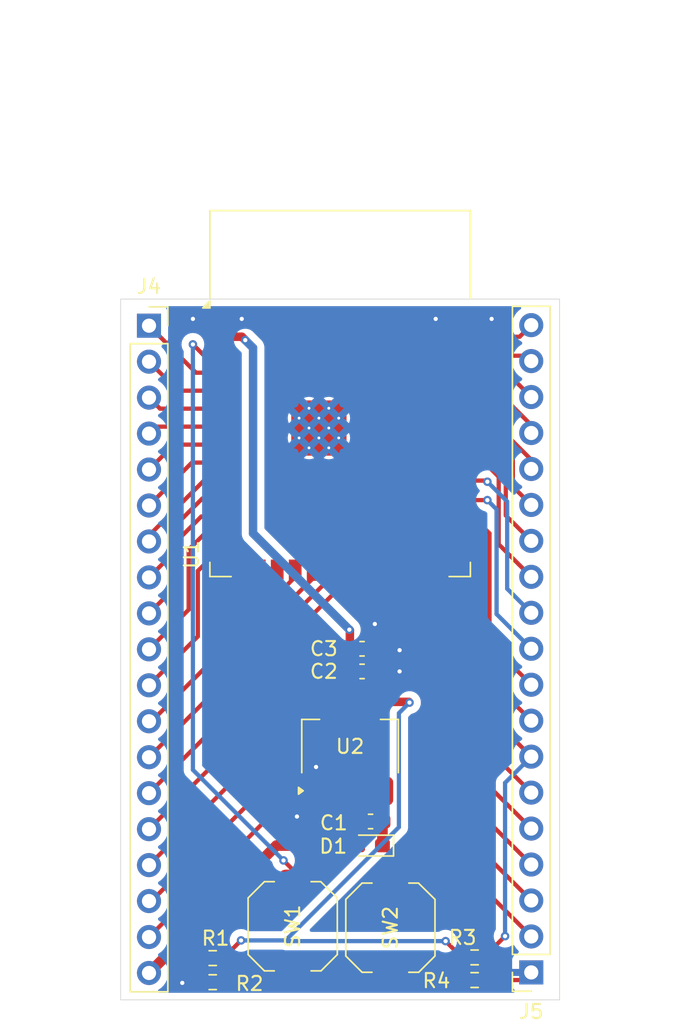
<source format=kicad_pcb>
(kicad_pcb (version 20240108) (generator "pcbnew") (generator_version "8.0")
  (layers (0 "F.Cu" signal) (31 "B.Cu" signal) (34 "B.Paste" user) (35 "F.Paste" user) (36 "B.SilkS" user "B.Silkscreen") (37 "F.SilkS" user "F.Silkscreen") (38 "B.Mask" user) (39 "F.Mask" user) (44 "Edge.Cuts" user))
  (net 0 "")
  (net 1 "GND")
  (net 2 "Net-(D1-K)")
  (net 3 "+3.3V")
  (net 4 "IO6")
  (net 5 "IO4")
  (net 6 "IO5")
  (net 7 "IO7")
  (net 8 "EN")
  (net 9 "Net-(R2-Pad1)")
  (net 10 "IO0")
  (net 11 "Net-(R4-Pad1)")
  (net 12 "IO21")
  (net 13 "IO2")
  (net 14 "IO36")
  (net 15 "IO15")
  (net 16 "IO14")
  (net 17 "IO48")
  (net 18 "IO40")
  (net 19 "IO13")
  (net 20 "IO38")
  (net 21 "IO45")
  (net 22 "TXD0")
  (net 23 "IO3")
  (net 24 "IO42")
  (net 25 "IO12")
  (net 26 "IO1")
  (net 27 "IO16")
  (net 28 "IO19")
  (net 29 "IO39")
  (net 30 "IO20")
  (net 31 "RXD0")
  (net 32 "IO37")
  (net 33 "IO47")
  (net 34 "IO18")
  (net 35 "IO46")
  (net 36 "IO11")
  (net 37 "IO35")
  (net 38 "IO41")
  (net 39 "IO8")
  (net 40 "IO9")
  (net 41 "IO17")
  (net 42 "IO10")
  (net 43 "VIN")
  (footprint "Capacitor_SMD:C_0603_1608Metric_Pad1.08x0.95mm_HandSolder" (layer "F.Cu") (at 181.55 81.8)
    (property "Reference" "C2" (at -2.7 0 360) (layer "F.SilkS"))
    (property "Value" "10uf")
    (fp_line (start -0.146267 -0.51) (end 0.146267 -0.51) (stroke (width 0.12)) (layer "F.SilkS"))
    (fp_line (start -0.146267 0.51) (end 0.146267 0.51) (stroke (width 0.12)) (layer "F.SilkS"))
    (pad "1" smd roundrect (at -0.8625 0) (size 1.075 0.95) (layers "F.Cu" "F.Paste" "F.Mask") (net 3 "+3.3V"))
    (pad "2" smd roundrect (at 0.8625 0) (size 1.075 0.95) (layers "F.Cu" "F.Paste" "F.Mask") (net 1 "GND"))
  )
  (footprint "Resistor_SMD:R_0603_1608Metric_Pad0.98x0.95mm_HandSolder" (layer "F.Cu") (at 171 103.75 180)
    (property "Reference" "R2" (at -2.6 -0.1 360) (layer "F.SilkS"))
    (property "Value" "470")
    (fp_line (start -0.254724 0.5225) (end 0.254724 0.5225) (stroke (width 0.12)) (layer "F.SilkS"))
    (fp_line (start -0.254724 -0.5225) (end 0.254724 -0.5225) (stroke (width 0.12)) (layer "F.SilkS"))
    (pad "1" smd roundrect (at -0.9125 0 180) (size 0.975 0.95) (layers "F.Cu" "F.Paste" "F.Mask") (net 9 "Net-(R2-Pad1)"))
    (pad "2" smd roundrect (at 0.9125 0 180) (size 0.975 0.95) (layers "F.Cu" "F.Paste" "F.Mask") (net 1 "GND"))
  )
  (footprint "Capacitor_SMD:C_0603_1608Metric_Pad1.08x0.95mm_HandSolder" (layer "F.Cu") (at 182.15 92.4 180)
    (property "Reference" "C1" (at 2.6 -0.1 360) (layer "F.SilkS"))
    (property "Value" "10uf")
    (fp_line (start -0.146267 0.51) (end 0.146267 0.51) (stroke (width 0.12)) (layer "F.SilkS"))
    (fp_line (start -0.146267 -0.51) (end 0.146267 -0.51) (stroke (width 0.12)) (layer "F.SilkS"))
    (pad "1" smd roundrect (at -0.8625 0 180) (size 1.075 0.95) (layers "F.Cu" "F.Paste" "F.Mask") (net 2 "Net-(D1-K)"))
    (pad "2" smd roundrect (at 0.8625 0 180) (size 1.075 0.95) (layers "F.Cu" "F.Paste" "F.Mask") (net 1 "GND"))
  )
  (footprint "Resistor_SMD:R_0603_1608Metric_Pad0.98x0.95mm_HandSolder" (layer "F.Cu") (at 189.5 102)
    (property "Reference" "R3" (at -0.85 -1.4 360) (layer "F.SilkS"))
    (property "Value" "12k")
    (fp_line (start -0.254724 -0.5225) (end 0.254724 -0.5225) (stroke (width 0.12)) (layer "F.SilkS"))
    (fp_line (start -0.254724 0.5225) (end 0.254724 0.5225) (stroke (width 0.12)) (layer "F.SilkS"))
    (pad "1" smd roundrect (at -0.9125 0) (size 0.975 0.95) (layers "F.Cu" "F.Paste" "F.Mask") (net 3 "+3.3V"))
    (pad "2" smd roundrect (at 0.9125 0) (size 0.975 0.95) (layers "F.Cu" "F.Paste" "F.Mask") (net 10 "IO0"))
  )
  (footprint "Capacitor_SMD:C_0603_1608Metric_Pad1.08x0.95mm_HandSolder" (layer "F.Cu") (at 181.55 80.2)
    (property "Reference" "C3" (at -2.7 0 360) (layer "F.SilkS"))
    (property "Value" "100uf")
    (fp_line (start -0.146267 -0.51) (end 0.146267 -0.51) (stroke (width 0.12)) (layer "F.SilkS"))
    (fp_line (start -0.146267 0.51) (end 0.146267 0.51) (stroke (width 0.12)) (layer "F.SilkS"))
    (pad "1" smd roundrect (at -0.8625 0) (size 1.075 0.95) (layers "F.Cu" "F.Paste" "F.Mask") (net 3 "+3.3V"))
    (pad "2" smd roundrect (at 0.8625 0) (size 1.075 0.95) (layers "F.Cu" "F.Paste" "F.Mask") (net 1 "GND"))
  )
  (footprint "Resistor_SMD:R_0603_1608Metric_Pad0.98x0.95mm_HandSolder" (layer "F.Cu") (at 189.5 103.6)
    (property "Reference" "R4" (at -2.7 0.05 360) (layer "F.SilkS"))
    (property "Value" "470")
    (fp_line (start -0.254724 -0.5225) (end 0.254724 -0.5225) (stroke (width 0.12)) (layer "F.SilkS"))
    (fp_line (start -0.254724 0.5225) (end 0.254724 0.5225) (stroke (width 0.12)) (layer "F.SilkS"))
    (pad "1" smd roundrect (at -0.9125 0) (size 0.975 0.95) (layers "F.Cu" "F.Paste" "F.Mask") (net 11 "Net-(R4-Pad1)"))
    (pad "2" smd roundrect (at 0.9125 0) (size 0.975 0.95) (layers "F.Cu" "F.Paste" "F.Mask") (net 1 "GND"))
  )
  (footprint "Package_TO_SOT_SMD:SOT-223-3_TabPin2" (layer "F.Cu") (at 180.7 87.1 90)
    (property "Reference" "U2" (at 0 0 360) (layer "F.SilkS"))
    (property "Value" "AMS1117-3.3")
    (fp_line (start 1.91 -3.41) (end 1.91 -2.15) (stroke (width 0.12)) (layer "F.SilkS"))
    (fp_line (start -1.85 -3.41) (end 1.91 -3.41) (stroke (width 0.12)) (layer "F.SilkS"))
    (fp_line (start 1.91 3.41) (end 1.91 2.15) (stroke (width 0.12)) (layer "F.SilkS"))
    (fp_line (start -1.85 3.41) (end 1.91 3.41) (stroke (width 0.12)) (layer "F.SilkS"))
    (fp_poly (pts (xy -3.13 -3.31) (xy -3.37 -3.64) (xy -2.89 -3.64) (xy -3.13 -3.31)) (stroke (width 0.12)) (fill solid) (layer "F.SilkS"))
    (pad "1" smd roundrect (at -3.15 -2.3 90) (size 2 1.5) (layers "F.Cu" "F.Paste" "F.Mask") (net 1 "GND"))
    (pad "2" smd roundrect (at -3.15 0 90) (size 2 1.5) (layers "F.Cu" "F.Paste" "F.Mask") (net 3 "+3.3V"))
    (pad "2" smd roundrect (at 3.15 0 90) (size 2 3.8) (layers "F.Cu" "F.Paste" "F.Mask") (net 3 "+3.3V"))
    (pad "3" smd roundrect (at -3.15 2.3 90) (size 2 1.5) (layers "F.Cu" "F.Paste" "F.Mask") (net 2 "Net-(D1-K)"))
  )
  (footprint "Diode_SMD:D_0603_1608Metric_Pad1.05x0.95mm_HandSolder" (layer "F.Cu") (at 182.1125 94.1 180)
    (property "Reference" "D1" (at 2.6 -0.05 360) (layer "F.SilkS"))
    (property "Value" "D_Schottky_Filled")
    (fp_line (start 0.8 -0.735) (end -1.66 -0.735) (stroke (width 0.12)) (layer "F.SilkS"))
    (fp_line (start -1.66 0.735) (end 0.8 0.735) (stroke (width 0.12)) (layer "F.SilkS"))
    (fp_line (start -1.66 -0.735) (end -1.66 0.735) (stroke (width 0.12)) (layer "F.SilkS"))
    (pad "1" smd roundrect (at -0.875 0 180) (size 1.05 0.95) (layers "F.Cu" "F.Paste" "F.Mask") (net 2 "Net-(D1-K)"))
    (pad "2" smd roundrect (at 0.875 0 180) (size 1.05 0.95) (layers "F.Cu" "F.Paste" "F.Mask") (net 43 "VIN"))
  )
  (footprint "Connector_PinSocket_2.54mm:PinSocket_1x19_P2.54mm_Vertical" (layer "F.Cu") (at 193.5 103.06 180)
    (property "Reference" "J5" (at 0 -2.77 360) (layer "F.SilkS"))
    (property "Value" "Conn_01x19")
    (fp_line (start 1.33 1.27) (end 1.33 47.05) (stroke (width 0.12)) (layer "F.SilkS"))
    (fp_line (start 1.33 -1.33) (end 1.33 0) (stroke (width 0.12)) (layer "F.SilkS"))
    (fp_line (start 0 -1.33) (end 1.33 -1.33) (stroke (width 0.12)) (layer "F.SilkS"))
    (fp_line (start -1.33 47.05) (end 1.33 47.05) (stroke (width 0.12)) (layer "F.SilkS"))
    (fp_line (start -1.33 1.27) (end 1.33 1.27) (stroke (width 0.12)) (layer "F.SilkS"))
    (fp_line (start -1.33 1.27) (end -1.33 47.05) (stroke (width 0.12)) (layer "F.SilkS"))
    (pad "1" thru_hole rect (at 0 0 180) (size 1.7 1.7) (drill 1) (layers "*.Cu" "*.Mask") (net 1 "GND"))
    (pad "2" thru_hole oval (at 0 2.54 180) (size 1.7 1.7) (drill 1) (layers "*.Cu" "*.Mask") (net 16 "IO14"))
    (pad "3" thru_hole oval (at 0 5.08 180) (size 1.7 1.7) (drill 1) (layers "*.Cu" "*.Mask") (net 12 "IO21"))
    (pad "4" thru_hole oval (at 0 7.62 180) (size 1.7 1.7) (drill 1) (layers "*.Cu" "*.Mask") (net 33 "IO47"))
    (pad "5" thru_hole oval (at 0 10.16 180) (size 1.7 1.7) (drill 1) (layers "*.Cu" "*.Mask") (net 17 "IO48"))
    (pad "6" thru_hole oval (at 0 12.7 180) (size 1.7 1.7) (drill 1) (layers "*.Cu" "*.Mask") (net 21 "IO45"))
    (pad "7" thru_hole oval (at 0 15.24 180) (size 1.7 1.7) (drill 1) (layers "*.Cu" "*.Mask") (net 10 "IO0"))
    (pad "8" thru_hole oval (at 0 17.78 180) (size 1.7 1.7) (drill 1) (layers "*.Cu" "*.Mask") (net 37 "IO35"))
    (pad "9" thru_hole oval (at 0 20.32 180) (size 1.7 1.7) (drill 1) (layers "*.Cu" "*.Mask") (net 14 "IO36"))
    (pad "10" thru_hole oval (at 0 22.86 180) (size 1.7 1.7) (drill 1) (layers "*.Cu" "*.Mask") (net 32 "IO37"))
    (pad "11" thru_hole oval (at 0 25.4 180) (size 1.7 1.7) (drill 1) (layers "*.Cu" "*.Mask") (net 20 "IO38"))
    (pad "12" thru_hole oval (at 0 27.94 180) (size 1.7 1.7) (drill 1) (layers "*.Cu" "*.Mask") (net 29 "IO39"))
    (pad "13" thru_hole oval (at 0 30.48 180) (size 1.7 1.7) (drill 1) (layers "*.Cu" "*.Mask") (net 18 "IO40"))
    (pad "14" thru_hole oval (at 0 33.02 180) (size 1.7 1.7) (drill 1) (layers "*.Cu" "*.Mask") (net 38 "IO41"))
    (pad "15" thru_hole oval (at 0 35.56 180) (size 1.7 1.7) (drill 1) (layers "*.Cu" "*.Mask") (net 24 "IO42"))
    (pad "16" thru_hole oval (at 0 38.1 180) (size 1.7 1.7) (drill 1) (layers "*.Cu" "*.Mask") (net 31 "RXD0"))
    (pad "17" thru_hole oval (at 0 40.64 180) (size 1.7 1.7) (drill 1) (layers "*.Cu" "*.Mask") (net 22 "TXD0"))
    (pad "18" thru_hole oval (at 0 43.18 180) (size 1.7 1.7) (drill 1) (layers "*.Cu" "*.Mask") (net 13 "IO2"))
    (pad "19" thru_hole oval (at 0 45.72 180) (size 1.7 1.7) (drill 1) (layers "*.Cu" "*.Mask") (net 26 "IO1"))
  )
  (footprint "Connector_PinSocket_2.54mm:PinSocket_1x19_P2.54mm_Vertical" (layer "F.Cu") (at 166.5 57.38)
    (property "Reference" "J4" (at 0 -2.77 0) (layer "F.SilkS"))
    (property "Value" "Conn_01x19")
    (fp_line (start -1.33 1.27) (end -1.33 47.05) (stroke (width 0.12)) (layer "F.SilkS"))
    (fp_line (start -1.33 1.27) (end 1.33 1.27) (stroke (width 0.12)) (layer "F.SilkS"))
    (fp_line (start -1.33 47.05) (end 1.33 47.05) (stroke (width 0.12)) (layer "F.SilkS"))
    (fp_line (start 0 -1.33) (end 1.33 -1.33) (stroke (width 0.12)) (layer "F.SilkS"))
    (fp_line (start 1.33 -1.33) (end 1.33 0) (stroke (width 0.12)) (layer "F.SilkS"))
    (fp_line (start 1.33 1.27) (end 1.33 47.05) (stroke (width 0.12)) (layer "F.SilkS"))
    (pad "1" thru_hole rect (at 0 0) (size 1.7 1.7) (drill 1) (layers "*.Cu" "*.Mask") (net 5 "IO4"))
    (pad "2" thru_hole oval (at 0 2.54) (size 1.7 1.7) (drill 1) (layers "*.Cu" "*.Mask") (net 6 "IO5"))
    (pad "3" thru_hole oval (at 0 5.08) (size 1.7 1.7) (drill 1) (layers "*.Cu" "*.Mask") (net 4 "IO6"))
    (pad "4" thru_hole oval (at 0 7.62) (size 1.7 1.7) (drill 1) (layers "*.Cu" "*.Mask") (net 7 "IO7"))
    (pad "5" thru_hole oval (at 0 10.16) (size 1.7 1.7) (drill 1) (layers "*.Cu" "*.Mask") (net 15 "IO15"))
    (pad "6" thru_hole oval (at 0 12.7) (size 1.7 1.7) (drill 1) (layers "*.Cu" "*.Mask") (net 27 "IO16"))
    (pad "7" thru_hole oval (at 0 15.24) (size 1.7 1.7) (drill 1) (layers "*.Cu" "*.Mask") (net 41 "IO17"))
    (pad "8" thru_hole oval (at 0 17.78) (size 1.7 1.7) (drill 1) (layers "*.Cu" "*.Mask") (net 34 "IO18"))
    (pad "9" thru_hole oval (at 0 20.32) (size 1.7 1.7) (drill 1) (layers "*.Cu" "*.Mask") (net 39 "IO8"))
    (pad "10" thru_hole oval (at 0 22.86) (size 1.7 1.7) (drill 1) (layers "*.Cu" "*.Mask") (net 28 "IO19"))
    (pad "11" thru_hole oval (at 0 25.4) (size 1.7 1.7) (drill 1) (layers "*.Cu" "*.Mask") (net 30 "IO20"))
    (pad "12" thru_hole oval (at 0 27.94) (size 1.7 1.7) (drill 1) (layers "*.Cu" "*.Mask") (net 23 "IO3"))
    (pad "13" thru_hole oval (at 0 30.48) (size 1.7 1.7) (drill 1) (layers "*.Cu" "*.Mask") (net 35 "IO46"))
    (pad "14" thru_hole oval (at 0 33.02) (size 1.7 1.7) (drill 1) (layers "*.Cu" "*.Mask") (net 40 "IO9"))
    (pad "15" thru_hole oval (at 0 35.56) (size 1.7 1.7) (drill 1) (layers "*.Cu" "*.Mask") (net 42 "IO10"))
    (pad "16" thru_hole oval (at 0 38.1) (size 1.7 1.7) (drill 1) (layers "*.Cu" "*.Mask") (net 36 "IO11"))
    (pad "17" thru_hole oval (at 0 40.64) (size 1.7 1.7) (drill 1) (layers "*.Cu" "*.Mask") (net 25 "IO12"))
    (pad "18" thru_hole oval (at 0 43.18) (size 1.7 1.7) (drill 1) (layers "*.Cu" "*.Mask") (net 19 "IO13"))
    (pad "19" thru_hole oval (at 0 45.72) (size 1.7 1.7) (drill 1) (layers "*.Cu" "*.Mask") (net 43 "VIN"))
  )
  (footprint "Button_Switch_SMD:SW_Push_1TS009xxxx-xxxx-xxxx_6x6x5mm" (layer "F.Cu") (at 176.65 99.8 -90)
    (property "Reference" "SW1" (at 0 0 90) (layer "F.SilkS"))
    (property "Value" "SW_Push")
    (fp_line (start -2 3.15) (end 2 3.15) (stroke (width 0.12)) (layer "F.SilkS"))
    (fp_line (start 2 3.15) (end 3.15 2) (stroke (width 0.12)) (layer "F.SilkS"))
    (fp_line (start -3.15 2) (end -2 3.15) (stroke (width 0.12)) (layer "F.SilkS"))
    (fp_line (start 3.15 2) (end 3.15 1.3) (stroke (width 0.12)) (layer "F.SilkS"))
    (fp_line (start -3.15 1.3) (end -3.15 2) (stroke (width 0.12)) (layer "F.SilkS"))
    (fp_line (start -3.15 -1.3) (end -3.15 -1.981) (stroke (width 0.12)) (layer "F.SilkS"))
    (fp_line (start -3.15 -1.981) (end -2 -3.15) (stroke (width 0.12)) (layer "F.SilkS"))
    (fp_line (start 3.15 -2) (end 3.15 -1.3) (stroke (width 0.12)) (layer "F.SilkS"))
    (fp_line (start -2 -3.15) (end 2 -3.15) (stroke (width 0.12)) (layer "F.SilkS"))
    (fp_line (start 2 -3.15) (end 3.15 -2) (stroke (width 0.12)) (layer "F.SilkS"))
    (pad "1" smd roundrect (at -3 0 270) (size 2 2) (layers "F.Cu" "F.Paste" "F.Mask") (net 8 "EN"))
    (pad "2" smd roundrect (at 3 0 270) (size 2 2) (layers "F.Cu" "F.Paste" "F.Mask") (net 9 "Net-(R2-Pad1)"))
  )
  (footprint "RF_Module:ESP32-S3-WROOM-1" (layer "F.Cu") (at 180 62.15)
    (property "Reference" "U1" (at -10.5 11.4 90) (layer "F.SilkS"))
    (property "Value" "ESP32-S3-WROOM-1")
    (fp_line (start -9.2 -12.9) (end -9.2 -6.7) (stroke (width 0.12)) (layer "F.SilkS"))
    (fp_line (start -9.2 -12.9) (end 9.2 -12.9) (stroke (width 0.12)) (layer "F.SilkS"))
    (fp_line (start -9.2 11.95) (end -9.2 12.95) (stroke (width 0.12)) (layer "F.SilkS"))
    (fp_line (start -9.2 12.95) (end -7.7 12.95) (stroke (width 0.12)) (layer "F.SilkS"))
    (fp_line (start 9.2 -12.9) (end 9.2 -6.7) (stroke (width 0.12)) (layer "F.SilkS"))
    (fp_line (start 9.2 12.95) (end 7.7 12.95) (stroke (width 0.12)) (layer "F.SilkS"))
    (fp_line (start 9.2 12.95) (end 9.2 11.95) (stroke (width 0.12)) (layer "F.SilkS"))
    (fp_poly (pts (xy -9.2 -6.025) (xy -9.7 -6.025) (xy -9.2 -6.525) (xy -9.2 -6.025)) (stroke (width 0.12)) (fill solid) (layer "F.SilkS"))
    (pad "1" smd rect (at -8.75 -5.26) (size 1.5 0.9) (layers "F.Cu" "F.Paste" "F.Mask") (net 1 "GND"))
    (pad "2" smd rect (at -8.75 -3.99) (size 1.5 0.9) (layers "F.Cu" "F.Paste" "F.Mask") (net 3 "+3.3V"))
    (pad "3" smd rect (at -8.75 -2.72) (size 1.5 0.9) (layers "F.Cu" "F.Paste" "F.Mask") (net 8 "EN"))
    (pad "4" smd rect (at -8.75 -1.45) (size 1.5 0.9) (layers "F.Cu" "F.Paste" "F.Mask") (net 5 "IO4"))
    (pad "5" smd rect (at -8.75 -0.18) (size 1.5 0.9) (layers "F.Cu" "F.Paste" "F.Mask") (net 6 "IO5"))
    (pad "6" smd rect (at -8.75 1.09) (size 1.5 0.9) (layers "F.Cu" "F.Paste" "F.Mask") (net 4 "IO6"))
    (pad "7" smd rect (at -8.75 2.36) (size 1.5 0.9) (layers "F.Cu" "F.Paste" "F.Mask") (net 7 "IO7"))
    (pad "8" smd rect (at -8.75 3.63) (size 1.5 0.9) (layers "F.Cu" "F.Paste" "F.Mask") (net 15 "IO15"))
    (pad "9" smd rect (at -8.75 4.9) (size 1.5 0.9) (layers "F.Cu" "F.Paste" "F.Mask") (net 27 "IO16"))
    (pad "10" smd rect (at -8.75 6.17) (size 1.5 0.9) (layers "F.Cu" "F.Paste" "F.Mask") (net 41 "IO17"))
    (pad "11" smd rect (at -8.75 7.44) (size 1.5 0.9) (layers "F.Cu" "F.Paste" "F.Mask") (net 34 "IO18"))
    (pad "12" smd rect (at -8.75 8.71) (size 1.5 0.9) (layers "F.Cu" "F.Paste" "F.Mask") (net 39 "IO8"))
    (pad "13" smd rect (at -8.75 9.98) (size 1.5 0.9) (layers "F.Cu" "F.Paste" "F.Mask") (net 28 "IO19"))
    (pad "14" smd rect (at -8.75 11.25 180) (size 1.5 0.9) (layers "F.Cu" "F.Paste" "F.Mask") (net 30 "IO20"))
    (pad "15" smd rect (at -6.985 12.5 270) (size 1.5 0.9) (layers "F.Cu" "F.Paste" "F.Mask") (net 23 "IO3"))
    (pad "16" smd rect (at -5.715 12.5 270) (size 1.5 0.9) (layers "F.Cu" "F.Paste" "F.Mask") (net 35 "IO46"))
    (pad "17" smd rect (at -4.445 12.5 270) (size 1.5 0.9) (layers "F.Cu" "F.Paste" "F.Mask") (net 40 "IO9"))
    (pad "18" smd rect (at -3.175 12.5 270) (size 1.5 0.9) (layers "F.Cu" "F.Paste" "F.Mask") (net 42 "IO10"))
    (pad "19" smd rect (at -1.905 12.5 270) (size 1.5 0.9) (layers "F.Cu" "F.Paste" "F.Mask") (net 36 "IO11"))
    (pad "20" smd rect (at -0.635 12.5 270) (size 1.5 0.9) (layers "F.Cu" "F.Paste" "F.Mask") (net 25 "IO12"))
    (pad "21" smd rect (at 0.635 12.5 270) (size 1.5 0.9) (layers "F.Cu" "F.Paste" "F.Mask") (net 19 "IO13"))
    (pad "22" smd rect (at 1.905 12.5 270) (size 1.5 0.9) (layers "F.Cu" "F.Paste" "F.Mask") (net 16 "IO14"))
    (pad "23" smd rect (at 3.175 12.5 270) (size 1.5 0.9) (layers "F.Cu" "F.Paste" "F.Mask") (net 12 "IO21"))
    (pad "24" smd rect (at 4.445 12.5 270) (size 1.5 0.9) (layers "F.Cu" "F.Paste" "F.Mask") (net 33 "IO47"))
    (pad "25" smd rect (at 5.715 12.5 270) (size 1.5 0.9) (layers "F.Cu" "F.Paste" "F.Mask") (net 17 "IO48"))
    (pad "26" smd rect (at 6.985 12.5 270) (size 1.5 0.9) (layers "F.Cu" "F.Paste" "F.Mask") (net 21 "IO45"))
    (pad "27" smd rect (at 8.75 11.25) (size 1.5 0.9) (layers "F.Cu" "F.Paste" "F.Mask") (net 10 "IO0"))
    (pad "28" smd rect (at 8.75 9.98) (size 1.5 0.9) (layers "F.Cu" "F.Paste" "F.Mask") (net 37 "IO35"))
    (pad "29" smd rect (at 8.75 8.71) (size 1.5 0.9) (layers "F.Cu" "F.Paste" "F.Mask") (net 14 "IO36"))
    (pad "30" smd rect (at 8.75 7.44) (size 1.5 0.9) (layers "F.Cu" "F.Paste" "F.Mask") (net 32 "IO37"))
    (pad "31" smd rect (at 8.75 6.17) (size 1.5 0.9) (layers "F.Cu" "F.Paste" "F.Mask") (net 20 "IO38"))
    (pad "32" smd rect (at 8.75 4.9) (size 1.5 0.9) (layers "F.Cu" "F.Paste" "F.Mask") (net 29 "IO39"))
    (pad "33" smd rect (at 8.75 3.63) (size 1.5 0.9) (layers "F.Cu" "F.Paste" "F.Mask") (net 18 "IO40"))
    (pad "34" smd rect (at 8.75 2.36) (size 1.5 0.9) (layers "F.Cu" "F.Paste" "F.Mask") (net 38 "IO41"))
    (pad "35" smd rect (at 8.75 1.09) (size 1.5 0.9) (layers "F.Cu" "F.Paste" "F.Mask") (net 24 "IO42"))
    (pad "36" smd rect (at 8.75 -0.18) (size 1.5 0.9) (layers "F.Cu" "F.Paste" "F.Mask") (net 31 "RXD0"))
    (pad "37" smd rect (at 8.75 -1.45) (size 1.5 0.9) (layers "F.Cu" "F.Paste" "F.Mask") (net 22 "TXD0"))
    (pad "38" smd rect (at 8.75 -2.72) (size 1.5 0.9) (layers "F.Cu" "F.Paste" "F.Mask") (net 13 "IO2"))
    (pad "39" smd rect (at 8.75 -3.99) (size 1.5 0.9) (layers "F.Cu" "F.Paste" "F.Mask") (net 26 "IO1"))
    (pad "40" smd rect (at 8.75 -5.26) (size 1.5 0.9) (layers "F.Cu" "F.Paste" "F.Mask") (net 1 "GND"))
    (pad "41" thru_hole circle (at -2.9 1.76 90) (size 0.6 0.6) (drill 0.2) (property pad_prop_heatsink) (layers "*.Cu" "F.Mask") (net 1 "GND"))
    (pad "41" thru_hole circle (at -2.9 3.16) (size 0.6 0.6) (drill 0.2) (property pad_prop_heatsink) (layers "*.Cu" "F.Mask") (net 1 "GND"))
    (pad "41" thru_hole circle (at -2.2 1.06) (size 0.6 0.6) (drill 0.2) (property pad_prop_heatsink) (layers "*.Cu" "F.Mask") (net 1 "GND"))
    (pad "41" thru_hole circle (at -2.2 2.46) (size 0.6 0.6) (drill 0.2) (property pad_prop_heatsink) (layers "*.Cu" "F.Mask") (net 1 "GND"))
    (pad "41" thru_hole circle (at -2.2 3.86) (size 0.6 0.6) (drill 0.2) (property pad_prop_heatsink) (layers "*.Cu" "F.Mask") (net 1 "GND"))
    (pad "41" thru_hole circle (at -1.5 1.76) (size 0.6 0.6) (drill 0.2) (property pad_prop_heatsink) (layers "*.Cu" "F.Mask") (net 1 "GND"))
    (pad "41" smd rect (at -1.5 2.46 270) (size 3.9 3.9) (layers "F.Cu" "F.Mask") (net 1 "GND"))
    (pad "41" thru_hole circle (at -1.5 3.16) (size 0.6 0.6) (drill 0.2) (property pad_prop_heatsink) (layers "*.Cu" "F.Mask") (net 1 "GND"))
    (pad "41" thru_hole circle (at -0.8 1.06) (size 0.6 0.6) (drill 0.2) (property pad_prop_heatsink) (layers "*.Cu" "F.Mask") (net 1 "GND"))
    (pad "41" thru_hole circle (at -0.8 2.46) (size 0.6 0.6) (drill 0.2) (property pad_prop_heatsink) (layers "*.Cu" "F.Mask") (net 1 "GND"))
    (pad "41" thru_hole circle (at -0.8 3.86) (size 0.6 0.6) (drill 0.2) (property pad_prop_heatsink) (layers "*.Cu" "F.Mask") (net 1 "GND"))
    (pad "41" thru_hole circle (at -0.1 1.76) (size 0.6 0.6) (drill 0.2) (property pad_prop_heatsink) (layers "*.Cu" "F.Mask") (net 1 "GND"))
    (pad "41" thru_hole circle (at -0.1 3.16) (size 0.6 0.6) (drill 0.2) (property pad_prop_heatsink) (layers "*.Cu" "F.Mask") (net 1 "GND"))
    (zone (net 0) (net_name "") (layers "F.Cu" "In1.Cu" "B.Cu") (connect_pads (clearance 0)) (min_thickness 0.254)
      (keepout (tracks not_allowed) (vias not_allowed) (pads not_allowed) (copperpour not_allowed) (footprints not_allowed))
      (fill (thermal_gap 0.508) (thermal_bridge_width 0.508))
      (polygon (pts (xy 156 55.4) (xy 204 55.4) (xy 204 34.4) (xy 156 34.4)))
    )
  )
  (footprint "Resistor_SMD:R_0603_1608Metric_Pad0.98x0.95mm_HandSolder" (layer "F.Cu") (at 171 102.05 180)
    (property "Reference" "R1" (at -0.2 1.4 360) (layer "F.SilkS"))
    (property "Value" "12k")
    (fp_line (start -0.254724 0.5225) (end 0.254724 0.5225) (stroke (width 0.12)) (layer "F.SilkS"))
    (fp_line (start -0.254724 -0.5225) (end 0.254724 -0.5225) (stroke (width 0.12)) (layer "F.SilkS"))
    (pad "1" smd roundrect (at -0.9125 0 180) (size 0.975 0.95) (layers "F.Cu" "F.Paste" "F.Mask") (net 3 "+3.3V"))
    (pad "2" smd roundrect (at 0.9125 0 180) (size 0.975 0.95) (layers "F.Cu" "F.Paste" "F.Mask") (net 8 "EN"))
  )
  (footprint "Button_Switch_SMD:SW_Push_1TS009xxxx-xxxx-xxxx_6x6x5mm" (layer "F.Cu") (at 183.55 99.9 -90)
    (property "Reference" "SW2" (at 0 0 90) (layer "F.SilkS"))
    (property "Value" "SW_Push")
    (fp_line (start -2 3.15) (end 2 3.15) (stroke (width 0.12)) (layer "F.SilkS"))
    (fp_line (start 2 3.15) (end 3.15 2) (stroke (width 0.12)) (layer "F.SilkS"))
    (fp_line (start -3.15 2) (end -2 3.15) (stroke (width 0.12)) (layer "F.SilkS"))
    (fp_line (start 3.15 2) (end 3.15 1.3) (stroke (width 0.12)) (layer "F.SilkS"))
    (fp_line (start -3.15 1.3) (end -3.15 2) (stroke (width 0.12)) (layer "F.SilkS"))
    (fp_line (start -3.15 -1.3) (end -3.15 -1.981) (stroke (width 0.12)) (layer "F.SilkS"))
    (fp_line (start -3.15 -1.981) (end -2 -3.15) (stroke (width 0.12)) (layer "F.SilkS"))
    (fp_line (start 3.15 -2) (end 3.15 -1.3) (stroke (width 0.12)) (layer "F.SilkS"))
    (fp_line (start -2 -3.15) (end 2 -3.15) (stroke (width 0.12)) (layer "F.SilkS"))
    (fp_line (start 2 -3.15) (end 3.15 -2) (stroke (width 0.12)) (layer "F.SilkS"))
    (pad "1" smd roundrect (at -3 0 270) (size 2 2) (layers "F.Cu" "F.Paste" "F.Mask") (net 10 "IO0"))
    (pad "2" smd roundrect (at 3 0 270) (size 2 2) (layers "F.Cu" "F.Paste" "F.Mask") (net 11 "Net-(R4-Pad1)"))
  )
  (gr_line (start 195.5 55.5) (end 164.5 55.5) (stroke (width 0.05)) (layer "Edge.Cuts"))
  (gr_line (start 164.5 55.5) (end 164.5 105) (stroke (width 0.05)) (layer "Edge.Cuts"))
  (gr_line (start 164.5 105) (end 195.5 105) (stroke (width 0.05)) (layer "Edge.Cuts"))
  (gr_line (start 195.5 105) (end 195.5 55.5) (stroke (width 0.05)) (layer "Edge.Cuts"))
  (segment (start 181.2875 92.4) (end 179.95 92.4) (width 0.3) (layer "F.Cu") (net 1))
  (segment (start 178.3 88.55) (end 178.3 90.7) (width 0.3) (layer "F.Cu") (net 1))
  (segment (start 168.9 103.75) (end 168.85 103.8) (width 0.3) (layer "F.Cu") (net 1))
  (segment (start 178.4 90.85) (end 178.4 90.25) (width 0.3) (layer "F.Cu") (net 1))
  (segment (start 182.4125 80.2) (end 184.1 80.2) (width 0.3) (layer "F.Cu") (net 1))
  (segment (start 182.4125 78.4875) (end 182.45 78.45) (width 0.3) (layer "F.Cu") (net 1))
  (segment (start 170.0875 103.75) (end 168.9 103.75) (width 0.3) (layer "F.Cu") (net 1))
  (segment (start 173.05 56.9) (end 169.6 56.9) (width 0.3) (layer "F.Cu") (net 1))
  (segment (start 178.3 90.7) (end 176.95 92.05) (width 0.3) (layer "F.Cu") (net 1))
  (segment (start 190.4125 103.6) (end 192.96 103.6) (width 0.3) (layer "F.Cu") (net 1))
  (segment (start 182.4125 81.8) (end 182.4125 78.4875) (width 0.3) (layer "F.Cu") (net 1))
  (segment (start 184.1 80.2) (end 184.2 80.3) (width 0.3) (layer "F.Cu") (net 1))
  (segment (start 190.7 56.9) (end 186.75 56.9) (width 0.3) (layer "F.Cu") (net 1))
  (segment (start 179.95 92.4) (end 178.4 90.85) (width 0.3) (layer "F.Cu") (net 1))
  (segment (start 192.96 103.6) (end 193.5 103.06) (width 0.3) (layer "F.Cu") (net 1))
  (segment (start 182.4125 81.8) (end 184.2 81.8) (width 0.3) (layer "F.Cu") (net 1))
  (via (at 173.05 56.9) (size 0.6) (drill 0.3) (layers "F.Cu" "B.Cu") (net 1))
  (via (at 186.75 56.9) (size 0.6) (drill 0.3) (layers "F.Cu" "B.Cu") (net 1))
  (via (at 168.85 103.8) (size 0.6) (drill 0.3) (layers "F.Cu" "B.Cu") (net 1))
  (via (at 184.2 80.3) (size 0.6) (drill 0.3) (layers "F.Cu" "B.Cu") (net 1))
  (via (at 182.45 78.45) (size 0.6) (drill 0.3) (layers "F.Cu" "B.Cu") (net 1))
  (via (at 178.3 88.55) (size 0.6) (drill 0.3) (layers "F.Cu" "B.Cu") (net 1))
  (via (at 190.7 56.9) (size 0.6) (drill 0.3) (layers "F.Cu" "B.Cu") (net 1))
  (via (at 169.6 56.9) (size 0.6) (drill 0.3) (layers "F.Cu" "B.Cu") (net 1))
  (via (at 176.95 92.05) (size 0.6) (drill 0.3) (layers "F.Cu" "B.Cu") (net 1))
  (via (at 184.2 81.8) (size 0.6) (drill 0.3) (layers "F.Cu" "B.Cu") (net 1))
  (segment (start 182.9875 94.1) (end 182.9875 90.2625) (width 0.75) (layer "F.Cu") (net 2))
  (segment (start 182.9875 90.2625) (end 183 90.25) (width 0.3) (layer "F.Cu") (net 2))
  (segment (start 180.7 83.95) (end 184.85 83.95) (width 0.6) (layer "F.Cu") (net 3))
  (segment (start 173.06 58.16) (end 171.25 58.16) (width 0.6) (layer "F.Cu") (net 3))
  (segment (start 188.5875 101.9875) (end 187.45 100.85) (width 0.3) (layer "F.Cu") (net 3))
  (segment (start 171.9125 101.8875) (end 173 100.8) (width 0.3) (layer "F.Cu") (net 3))
  (segment (start 180.7 81.8125) (end 180.6875 81.8) (width 0.6) (layer "F.Cu") (net 3))
  (segment (start 180.7 83.95) (end 180.7 81.8125) (width 0.6) (layer "F.Cu") (net 3))
  (segment (start 180.6875 78.8875) (end 180.65 78.85) (width 0.6) (layer "F.Cu") (net 3))
  (segment (start 173.3 58.4) (end 173.06 58.16) (width 0.6) (layer "F.Cu") (net 3))
  (segment (start 188.5875 102) (end 188.5875 101.9875) (width 0.3) (layer "F.Cu") (net 3))
  (segment (start 171.9125 102.05) (end 171.9125 101.8875) (width 0.3) (layer "F.Cu") (net 3))
  (segment (start 180.6875 81.8) (end 180.6875 78.8875) (width 0.6) (layer "F.Cu") (net 3))
  (segment (start 184.85 83.95) (end 184.9 84) (width 0.6) (layer "F.Cu") (net 3))
  (via (at 184.9 84) (size 0.6) (drill 0.3) (layers "F.Cu" "B.Cu") (net 3))
  (via (at 180.65 78.85) (size 0.6) (drill 0.3) (layers "F.Cu" "B.Cu") (net 3))
  (via (at 173 100.8) (size 0.6) (drill 0.3) (layers "F.Cu" "B.Cu") (net 3))
  (via (at 187.45 100.85) (size 0.6) (drill 0.3) (layers "F.Cu" "B.Cu") (net 3))
  (via (at 173.3 58.4) (size 0.6) (drill 0.3) (layers "F.Cu" "B.Cu") (net 3))
  (segment (start 173.3 58.4) (end 173.85 58.95) (width 0.6) (layer "B.Cu") (net 3))
  (segment (start 173.85 72.05) (end 180.65 78.85) (width 0.6) (layer "B.Cu") (net 3))
  (segment (start 176.15 100.8) (end 184.15 92.8) (width 0.3) (layer "B.Cu") (net 3))
  (segment (start 173 100.8) (end 176.15 100.8) (width 0.3) (layer "B.Cu") (net 3))
  (segment (start 176.2 100.85) (end 176.15 100.8) (width 0.3) (layer "B.Cu") (net 3))
  (segment (start 187.45 100.85) (end 176.2 100.85) (width 0.3) (layer "B.Cu") (net 3))
  (segment (start 184.15 84.75) (end 184.9 84) (width 0.3) (layer "B.Cu") (net 3))
  (segment (start 184.15 92.8) (end 184.15 84.75) (width 0.3) (layer "B.Cu") (net 3))
  (segment (start 173.85 58.95) (end 173.85 72.05) (width 0.6) (layer "B.Cu") (net 3))
  (segment (start 166.5 62.46) (end 167.28 63.24) (width 0.3) (layer "F.Cu") (net 4))
  (segment (start 167.28 63.24) (end 171.25 63.24) (width 0.3) (layer "F.Cu") (net 4))
  (segment (start 169.82 60.7) (end 171.25 60.7) (width 0.3) (layer "F.Cu") (net 5))
  (segment (start 166.5 57.38) (end 169.82 60.7) (width 0.3) (layer "F.Cu") (net 5))
  (segment (start 168.55 61.97) (end 171.25 61.97) (width 0.3) (layer "F.Cu") (net 6))
  (segment (start 166.5 59.92) (end 168.55 61.97) (width 0.3) (layer "F.Cu") (net 6))
  (segment (start 166.99 64.51) (end 171.25 64.51) (width 0.3) (layer "F.Cu") (net 7))
  (segment (start 166.5 65) (end 166.99 64.51) (width 0.3) (layer "F.Cu") (net 7))
  (segment (start 176.65 95.8) (end 176 95.15) (width 0.3) (layer "F.Cu") (net 8))
  (segment (start 170.33 59.43) (end 171.25 59.43) (width 0.3) (layer "F.Cu") (net 8))
  (segment (start 169.6 58.7) (end 170.33 59.43) (width 0.3) (layer "F.Cu") (net 8))
  (segment (start 175.3375 96.8) (end 176.65 96.8) (width 0.3) (layer "F.Cu") (net 8))
  (segment (start 176.65 96.8) (end 176.65 95.8) (width 0.3) (layer "F.Cu") (net 8))
  (segment (start 170.0875 102.05) (end 175.3375 96.8) (width 0.3) (layer "F.Cu") (net 8))
  (via (at 169.6 58.7) (size 0.6) (drill 0.3) (layers "F.Cu" "B.Cu") (net 8))
  (via (at 176 95.15) (size 0.6) (drill 0.3) (layers "F.Cu" "B.Cu") (net 8))
  (segment (start 176 95.15) (end 169.6 88.75) (width 0.3) (layer "B.Cu") (net 8))
  (segment (start 169.6 88.75) (end 169.6 58.7) (width 0.3) (layer "B.Cu") (net 8))
  (segment (start 171.9125 103.75) (end 175.7 103.75) (width 0.3) (layer "F.Cu") (net 9))
  (segment (start 175.7 103.75) (end 176.65 102.8) (width 0.3) (layer "F.Cu") (net 9))
  (segment (start 185.3125 96.9) (end 190.4125 102) (width 0.3) (layer "F.Cu") (net 10))
  (segment (start 190.4125 101.7375) (end 191.65 100.5) (width 0.3) (layer "F.Cu") (net 10))
  (segment (start 189.55 74.2) (end 188.75 73.4) (width 0.3) (layer "F.Cu") (net 10))
  (segment (start 189.55 83.87) (end 189.55 74.2) (width 0.3) (layer "F.Cu") (net 10))
  (segment (start 183.55 96.9) (end 185.3125 96.9) (width 0.3) (layer "F.Cu") (net 10))
  (segment (start 190.4125 102) (end 190.4125 101.7375) (width 0.3) (layer "F.Cu") (net 10))
  (segment (start 193.5 87.82) (end 189.55 83.87) (width 0.3) (layer "F.Cu") (net 10))
  (via (at 191.65 100.5) (size 0.6) (drill 0.3) (layers "F.Cu" "B.Cu") (net 10))
  (segment (start 191.65 100.5) (end 191.65 89.67) (width 0.3) (layer "B.Cu") (net 10))
  (segment (start 191.65 89.67) (end 193.5 87.82) (width 0.3) (layer "B.Cu") (net 10))
  (segment (start 188.5875 103.6) (end 184.25 103.6) (width 0.3) (layer "F.Cu") (net 11))
  (segment (start 184.25 103.6) (end 183.55 102.9) (width 0.3) (layer "F.Cu") (net 11))
  (segment (start 186.9 79.8) (end 183.175 76.075) (width 0.3) (layer "F.Cu") (net 12))
  (segment (start 193.5 97.98) (end 186.9 91.38) (width 0.3) (layer "F.Cu") (net 12))
  (segment (start 183.175 76.075) (end 183.175 74.65) (width 0.3) (layer "F.Cu") (net 12))
  (segment (start 186.9 91.38) (end 186.9 79.8) (width 0.3) (layer "F.Cu") (net 12))
  (segment (start 193.5 59.88) (end 193.12 59.5) (width 0.3) (layer "F.Cu") (net 13))
  (segment (start 193.12 59.5) (end 188.82 59.5) (width 0.3) (layer "F.Cu") (net 13))
  (segment (start 188.82 59.5) (end 188.75 59.43) (width 0.3) (layer "F.Cu") (net 13))
  (segment (start 190.55 79.79) (end 190.55 72.05) (width 0.3) (layer "F.Cu") (net 14))
  (segment (start 190.55 72.05) (end 189.36 70.86) (width 0.3) (layer "F.Cu") (net 14))
  (segment (start 189.36 70.86) (end 188.75 70.86) (width 0.3) (layer "F.Cu") (net 14))
  (segment (start 193.5 82.74) (end 190.55 79.79) (width 0.3) (layer "F.Cu") (net 14))
  (segment (start 166.5 67.54) (end 168.26 65.78) (width 0.3) (layer "F.Cu") (net 15))
  (segment (start 168.26 65.78) (end 171.25 65.78) (width 0.3) (layer "F.Cu") (net 15))
  (segment (start 186.15 93.17) (end 186.15 80.55) (width 0.3) (layer "F.Cu") (net 16))
  (segment (start 181.905 76.305) (end 181.905 74.65) (width 0.3) (layer "F.Cu") (net 16))
  (segment (start 193.5 100.52) (end 186.15 93.17) (width 0.3) (layer "F.Cu") (net 16))
  (segment (start 186.15 80.55) (end 181.905 76.305) (width 0.3) (layer "F.Cu") (net 16))
  (segment (start 193.5 92.9) (end 188.35 87.75) (width 0.3) (layer "F.Cu") (net 17))
  (segment (start 188.35 87.75) (end 188.35 77.95) (width 0.3) (layer "F.Cu") (net 17))
  (segment (start 188.35 77.95) (end 185.715 75.315) (width 0.3) (layer "F.Cu") (net 17))
  (segment (start 185.715 75.315) (end 185.715 74.65) (width 0.3) (layer "F.Cu") (net 17))
  (segment (start 191.7 70.78) (end 191.7 67.4) (width 0.3) (layer "F.Cu") (net 18))
  (segment (start 191.7 67.4) (end 190.08 65.78) (width 0.3) (layer "F.Cu") (net 18))
  (segment (start 190.08 65.78) (end 188.75 65.78) (width 0.3) (layer "F.Cu") (net 18))
  (segment (start 193.5 72.58) (end 191.7 70.78) (width 0.3) (layer "F.Cu") (net 18))
  (segment (start 175.95 91.11) (end 175.95 79.9) (width 0.3) (layer "F.Cu") (net 19))
  (segment (start 180.635 75.215) (end 180.635 74.65) (width 0.3) (layer "F.Cu") (net 19))
  (segment (start 175.95 79.9) (end 180.635 75.215) (width 0.3) (layer "F.Cu") (net 19))
  (segment (start 166.5 100.56) (end 175.95 91.11) (width 0.3) (layer "F.Cu") (net 19))
  (segment (start 190.32 68.32) (end 190.4 68.4) (width 0.3) (layer "F.Cu") (net 20))
  (segment (start 188.75 68.32) (end 190.32 68.32) (width 0.3) (layer "F.Cu") (net 20))
  (via (at 190.4 68.4) (size 0.6) (drill 0.3) (layers "F.Cu" "B.Cu") (net 20))
  (segment (start 191.8 69.8) (end 191.8 75.96) (width 0.3) (layer "B.Cu") (net 20))
  (segment (start 190.4 68.4) (end 191.8 69.8) (width 0.3) (layer "B.Cu") (net 20))
  (segment (start 191.8 75.96) (end 193.5 77.66) (width 0.3) (layer "B.Cu") (net 20))
  (segment (start 188.9 85.76) (end 188.9 76.565) (width 0.3) (layer "F.Cu") (net 21))
  (segment (start 188.9 76.565) (end 186.985 74.65) (width 0.3) (layer "F.Cu") (net 21))
  (segment (start 193.5 90.36) (end 188.9 85.76) (width 0.3) (layer "F.Cu") (net 21))
  (segment (start 193.5 62.42) (end 191.78 60.7) (width 0.3) (layer "F.Cu") (net 22))
  (segment (start 191.78 60.7) (end 188.75 60.7) (width 0.3) (layer "F.Cu") (net 22))
  (segment (start 170.7 76.965) (end 173.015 74.65) (width 0.3) (layer "F.Cu") (net 23))
  (segment (start 166.5 85.32) (end 166.52 85.32) (width 0.3) (layer "F.Cu") (net 23))
  (segment (start 166.6 85.4) (end 170.7 81.3) (width 0.3) (layer "F.Cu") (net 23))
  (segment (start 170.7 81.3) (end 170.7 76.965) (width 0.3) (layer "F.Cu") (net 23))
  (segment (start 166.52 85.32) (end 166.6 85.4) (width 0.3) (layer "F.Cu") (net 23))
  (segment (start 193.5 66.85) (end 189.89 63.24) (width 0.3) (layer "F.Cu") (net 24))
  (segment (start 189.89 63.24) (end 188.75 63.24) (width 0.3) (layer "F.Cu") (net 24))
  (segment (start 193.5 67.5) (end 193.5 66.85) (width 0.3) (layer "F.Cu") (net 24))
  (segment (start 175.05 79.45) (end 179.365 75.135) (width 0.3) (layer "F.Cu") (net 25))
  (segment (start 166.5 98.187568) (end 175.05 89.637568) (width 0.3) (layer "F.Cu") (net 25))
  (segment (start 166.5 98.02) (end 166.5 98.187568) (width 0.3) (layer "F.Cu") (net 25))
  (segment (start 179.365 75.135) (end 179.365 74.65) (width 0.3) (layer "F.Cu") (net 25))
  (segment (start 175.05 89.637568) (end 175.05 79.45) (width 0.3) (layer "F.Cu") (net 25))
  (segment (start 193.5 57.34) (end 192.68 58.16) (width 0.3) (layer "F.Cu") (net 26))
  (segment (start 192.68 58.16) (end 188.75 58.16) (width 0.3) (layer "F.Cu") (net 26))
  (segment (start 166.5 70.08) (end 169.53 67.05) (width 0.3) (layer "F.Cu") (net 27))
  (segment (start 169.53 67.05) (end 171.25 67.05) (width 0.3) (layer "F.Cu") (net 27))
  (segment (start 169.3 77.44) (end 169.3 73.2) (width 0.3) (layer "F.Cu") (net 28))
  (segment (start 166.5 80.24) (end 169.3 77.44) (width 0.3) (layer "F.Cu") (net 28))
  (segment (start 169.3 73.2) (end 170.37 72.13) (width 0.3) (layer "F.Cu") (net 28))
  (segment (start 170.37 72.13) (end 171.25 72.13) (width 0.3) (layer "F.Cu") (net 28))
  (segment (start 191.2 72.82) (end 191.2 68.05) (width 0.3) (layer "F.Cu") (net 29))
  (segment (start 191.2 68.05) (end 190.2 67.05) (width 0.3) (layer "F.Cu") (net 29))
  (segment (start 193.5 75.12) (end 191.2 72.82) (width 0.3) (layer "F.Cu") (net 29))
  (segment (start 190.2 67.05) (end 188.75 67.05) (width 0.3) (layer "F.Cu") (net 29))
  (segment (start 169.95 74.7) (end 171.25 73.4) (width 0.3) (layer "F.Cu") (net 30))
  (segment (start 169.95 79.33) (end 169.95 74.7) (width 0.3) (layer "F.Cu") (net 30))
  (segment (start 166.5 82.78) (end 169.95 79.33) (width 0.3) (layer "F.Cu") (net 30))
  (segment (start 191.07 61.97) (end 188.75 61.97) (width 0.3) (layer "F.Cu") (net 31))
  (segment (start 193.5 64.96) (end 193.5 64.4) (width 0.3) (layer "F.Cu") (net 31))
  (segment (start 193.5 64.4) (end 191.07 61.97) (width 0.3) (layer "F.Cu") (net 31))
  (segment (start 188.86 69.7) (end 188.75 69.59) (width 0.3) (layer "F.Cu") (net 32))
  (segment (start 190.4 69.7) (end 188.86 69.7) (width 0.3) (layer "F.Cu") (net 32))
  (via (at 190.4 69.7) (size 0.6) (drill 0.3) (layers "F.Cu" "B.Cu") (net 32))
  (segment (start 191.05 70.35) (end 191.05 77.75) (width 0.3) (layer "B.Cu") (net 32))
  (segment (start 191.05 77.75) (end 193.5 80.2) (width 0.3) (layer "B.Cu") (net 32))
  (segment (start 190.4 69.7) (end 191.05 70.35) (width 0.3) (layer "B.Cu") (net 32))
  (segment (start 184.445 75.745) (end 184.445 74.65) (width 0.3) (layer "F.Cu") (net 33))
  (segment (start 187.6 78.9) (end 184.445 75.745) (width 0.3) (layer "F.Cu") (net 33))
  (segment (start 187.6 89.54) (end 187.6 78.9) (width 0.3) (layer "F.Cu") (net 33))
  (segment (start 193.5 95.44) (end 187.6 89.54) (width 0.3) (layer "F.Cu") (net 33))
  (segment (start 168.05 71.8) (end 170.26 69.59) (width 0.3) (layer "F.Cu") (net 34))
  (segment (start 170.26 69.59) (end 171.25 69.59) (width 0.3) (layer "F.Cu") (net 34))
  (segment (start 166.5 75.16) (end 168.05 73.61) (width 0.3) (layer "F.Cu") (net 34))
  (segment (start 168.05 73.61) (end 168.05 71.8) (width 0.3) (layer "F.Cu") (net 34))
  (segment (start 171.55 78.015) (end 174.285 75.28) (width 0.3) (layer "F.Cu") (net 35))
  (segment (start 174.285 75.28) (end 174.285 74.65) (width 0.3) (layer "F.Cu") (net 35))
  (segment (start 171.55 82.81) (end 171.55 78.015) (width 0.3) (layer "F.Cu") (net 35))
  (segment (start 166.5 87.86) (end 171.55 82.81) (width 0.3) (layer "F.Cu") (net 35))
  (segment (start 174.2 87.78) (end 174.2 79.1) (width 0.3) (layer "F.Cu") (net 36))
  (segment (start 174.2 79.1) (end 178.095 75.205) (width 0.3) (layer "F.Cu") (net 36))
  (segment (start 178.095 75.205) (end 178.095 74.65) (width 0.3) (layer "F.Cu") (net 36))
  (segment (start 166.5 95.48) (end 174.2 87.78) (width 0.3) (layer "F.Cu") (net 36))
  (segment (start 193.5 85.28) (end 190.05 81.83) (width 0.3) (layer "F.Cu") (net 37))
  (segment (start 190.05 81.83) (end 190.05 72.8) (width 0.3) (layer "F.Cu") (net 37))
  (segment (start 189.38 72.13) (end 188.75 72.13) (width 0.3) (layer "F.Cu") (net 37))
  (segment (start 190.05 72.8) (end 189.38 72.13) (width 0.3) (layer "F.Cu") (net 37))
  (segment (start 192.2 68.74) (end 192.2 66.607106) (width 0.3) (layer "F.Cu") (net 38))
  (segment (start 193.5 70.04) (end 192.2 68.74) (width 0.3) (layer "F.Cu") (net 38))
  (segment (start 192.2 66.607106) (end 190.102894 64.51) (width 0.3) (layer "F.Cu") (net 38))
  (segment (start 190.102894 64.51) (end 188.75 64.51) (width 0.3) (layer "F.Cu") (net 38))
  (segment (start 168.7 75.5) (end 168.7 72.35) (width 0.3) (layer "F.Cu") (net 39))
  (segment (start 166.5 77.7) (end 168.7 75.5) (width 0.3) (layer "F.Cu") (net 39))
  (segment (start 170.19 70.86) (end 171.25 70.86) (width 0.3) (layer "F.Cu") (net 39))
  (segment (start 168.7 72.35) (end 170.19 70.86) (width 0.3) (layer "F.Cu") (net 39))
  (segment (start 166.5 90.4) (end 172.45 84.45) (width 0.3) (layer "F.Cu") (net 40))
  (segment (start 172.45 78.385) (end 175.555 75.28) (width 0.3) (layer "F.Cu") (net 40))
  (segment (start 172.45 84.45) (end 172.45 78.385) (width 0.3) (layer "F.Cu") (net 40))
  (segment (start 175.555 75.28) (end 175.555 74.65) (width 0.3) (layer "F.Cu") (net 40))
  (segment (start 166.5 72.62) (end 166.5 72.2) (width 0.3) (layer "F.Cu") (net 41))
  (segment (start 166.5 72.2) (end 170.38 68.32) (width 0.3) (layer "F.Cu") (net 41))
  (segment (start 170.38 68.32) (end 171.25 68.32) (width 0.3) (layer "F.Cu") (net 41))
  (segment (start 166.5 92.94) (end 173.3 86.14) (width 0.3) (layer "F.Cu") (net 42))
  (segment (start 173.3 78.65) (end 176.825 75.125) (width 0.3) (layer "F.Cu") (net 42))
  (segment (start 173.3 86.14) (end 173.3 78.65) (width 0.3) (layer "F.Cu") (net 42))
  (segment (start 176.825 75.125) (end 176.825 74.65) (width 0.3) (layer "F.Cu") (net 42))
  (segment (start 175.5 94.1) (end 181.2375 94.1) (width 0.75) (layer "F.Cu") (net 43))
  (segment (start 166.5 103.1) (end 175.5 94.1) (width 0.75) (layer "F.Cu") (net 43))
  (zone (net 1) (net_name "GND") (layer "B.Cu") (connect_pads (clearance 0.5)) (min_thickness 0.25) (fill yes (thermal_gap 0.5) (thermal_bridge_width 0.5))
    (polygon (pts (xy 195.5 105) (xy 195.5 55.5) (xy 164.5 55.5) (xy 164.5 105)))
  )
)
</source>
